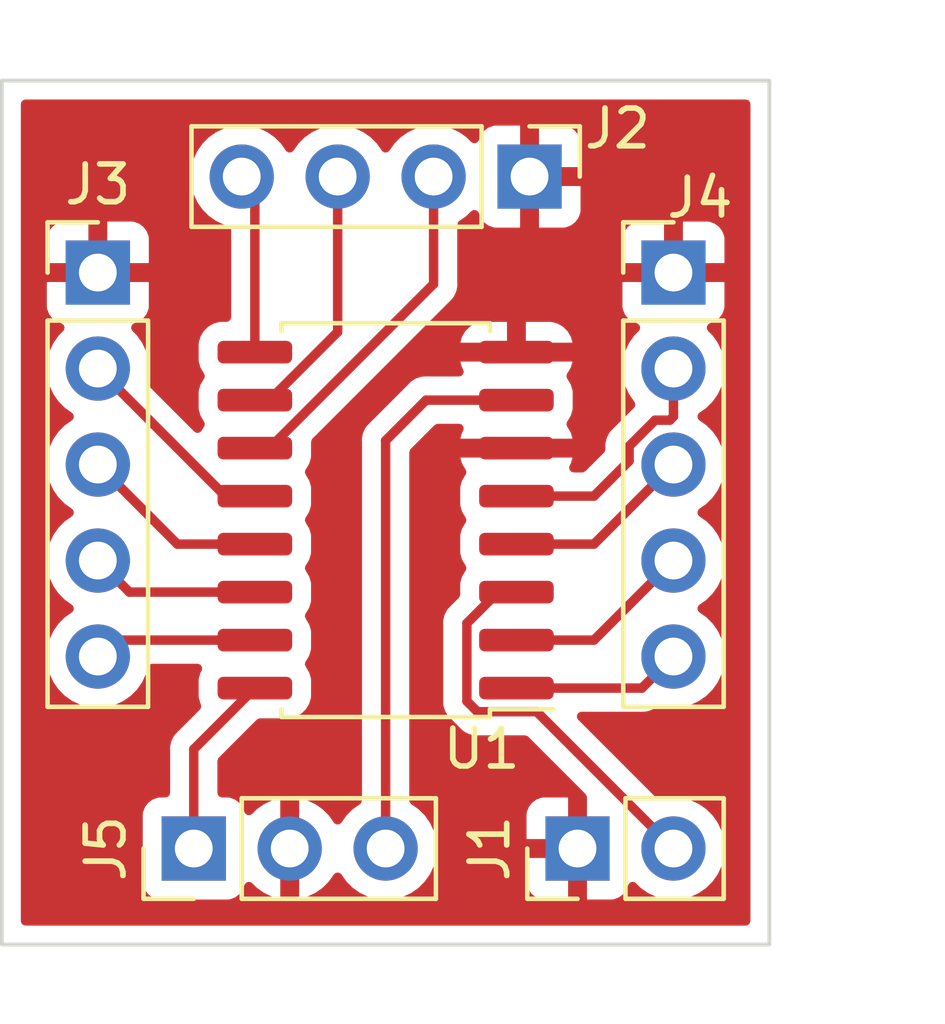
<source format=kicad_pcb>
(kicad_pcb (version 20211014) (generator pcbnew)
  (layers (0 "F.Cu" signal) (31 "B.Cu" signal) (34 "B.Paste" user) (35 "F.Paste" user) (36 "B.SilkS" user "B.Silkscreen") (37 "F.SilkS" user "F.Silkscreen") (38 "B.Mask" user) (39 "F.Mask" user) (44 "Edge.Cuts" user))
  (net 0 "")
  (net 1 "GND")
  (net 2 "Net-(U1-Pad3)")
  (net 3 "Net-(U1-Pad11)")
  (net 4 "Net-(U1-Pad10)")
  (net 5 "Net-(U1-Pad9)")
  (net 6 "Net-(J3-Pad2)")
  (net 7 "Net-(J3-Pad3)")
  (net 8 "Net-(J3-Pad4)")
  (net 9 "Net-(J3-Pad5)")
  (net 10 "Net-(J4-Pad2)")
  (net 11 "Net-(J4-Pad3)")
  (net 12 "Net-(J4-Pad4)")
  (net 13 "Net-(J4-Pad5)")
  (net 14 "VCC")
  (net 15 "VEE")
  (footprint "Connector_PinHeader_2.54mm:PinHeader_1x04_P2.54mm_Vertical" (layer "F.Cu") (at 133.35 81.28 -90)
    (fp_text reference "J2" (at -1.27 -2.33 180) (layer "F.SilkS"))
    (fp_text value "Conn_01x04")
    (fp_line (start 1.33 1.27) (end 1.33 8.95) (layer "F.SilkS") (width 0.12))
    (fp_line (start -1.33 1.27) (end 1.33 1.27) (layer "F.SilkS") (width 0.12))
    (fp_line (start -1.33 0) (end -1.33 -1.33) (layer "F.SilkS") (width 0.12))
    (fp_line (start -1.33 -1.33) (end 0 -1.33) (layer "F.SilkS") (width 0.12))
    (fp_line (start -1.33 8.95) (end 1.33 8.95) (layer "F.SilkS") (width 0.12))
    (fp_line (start -1.33 1.27) (end -1.33 8.95) (layer "F.SilkS") (width 0.12))
    (pad "1" thru_hole rect (at 0 0 270) (size 1.7 1.7) (drill 1) (layers *.Cu *.Mask) (net 1 "GND"))
    (pad "2" thru_hole oval (at 0 2.54 270) (size 1.7 1.7) (drill 1) (layers *.Cu *.Mask) (net 3 "Net-(U1-Pad11)"))
    (pad "3" thru_hole oval (at 0 5.08 270) (size 1.7 1.7) (drill 1) (layers *.Cu *.Mask) (net 4 "Net-(U1-Pad10)"))
    (pad "4" thru_hole oval (at 0 7.62 270) (size 1.7 1.7) (drill 1) (layers *.Cu *.Mask) (net 5 "Net-(U1-Pad9)"))
  )
  (footprint "Connector_PinHeader_2.54mm:PinHeader_1x05_P2.54mm_Vertical" (layer "F.Cu") (at 121.92 83.82)
    (fp_text reference "J3" (at 0 -2.33) (layer "F.SilkS"))
    (fp_text value "Conn_01x05")
    (fp_line (start -1.33 1.27) (end -1.33 11.49) (layer "F.SilkS") (width 0.12))
    (fp_line (start -1.33 11.49) (end 1.33 11.49) (layer "F.SilkS") (width 0.12))
    (fp_line (start -1.33 1.27) (end 1.33 1.27) (layer "F.SilkS") (width 0.12))
    (fp_line (start -1.33 -1.33) (end 0 -1.33) (layer "F.SilkS") (width 0.12))
    (fp_line (start -1.33 0) (end -1.33 -1.33) (layer "F.SilkS") (width 0.12))
    (fp_line (start 1.33 1.27) (end 1.33 11.49) (layer "F.SilkS") (width 0.12))
    (pad "1" thru_hole rect (at 0 0) (size 1.7 1.7) (drill 1) (layers *.Cu *.Mask) (net 1 "GND"))
    (pad "2" thru_hole oval (at 0 2.54) (size 1.7 1.7) (drill 1) (layers *.Cu *.Mask) (net 6 "Net-(J3-Pad2)"))
    (pad "3" thru_hole oval (at 0 5.08) (size 1.7 1.7) (drill 1) (layers *.Cu *.Mask) (net 7 "Net-(J3-Pad3)"))
    (pad "4" thru_hole oval (at 0 7.62) (size 1.7 1.7) (drill 1) (layers *.Cu *.Mask) (net 8 "Net-(J3-Pad4)"))
    (pad "5" thru_hole oval (at 0 10.16) (size 1.7 1.7) (drill 1) (layers *.Cu *.Mask) (net 9 "Net-(J3-Pad5)"))
  )
  (footprint "Package_SO:SO-16_5.3x10.2mm_P1.27mm" (layer "F.Cu") (at 129.54 90.37 180)
    (fp_text reference "U1" (at -2.54 -6.05) (layer "F.SilkS"))
    (fp_text value "74HC4051")
    (fp_line (start -2.76 -5.21) (end -2.76 -5.005) (layer "F.SilkS") (width 0.12))
    (fp_line (start 0 -5.21) (end 2.76 -5.21) (layer "F.SilkS") (width 0.12))
    (fp_line (start 2.76 -5.21) (end 2.76 -5.005) (layer "F.SilkS") (width 0.12))
    (fp_line (start 0 5.21) (end -2.76 5.21) (layer "F.SilkS") (width 0.12))
    (fp_line (start 0 -5.21) (end -2.76 -5.21) (layer "F.SilkS") (width 0.12))
    (fp_line (start 2.76 5.21) (end 2.76 5.005) (layer "F.SilkS") (width 0.12))
    (fp_line (start 0 5.21) (end 2.76 5.21) (layer "F.SilkS") (width 0.12))
    (fp_line (start -2.76 -5.005) (end -4.45 -5.005) (layer "F.SilkS") (width 0.12))
    (fp_line (start -2.76 5.21) (end -2.76 5.005) (layer "F.SilkS") (width 0.12))
    (pad "1" smd roundrect (at -3.4625 -4.445 180) (size 1.975 0.6) (layers "F.Cu" "F.Paste" "F.Mask") (net 13 "Net-(J4-Pad5)"))
    (pad "2" smd roundrect (at -3.4625 -3.175 180) (size 1.975 0.6) (layers "F.Cu" "F.Paste" "F.Mask") (net 12 "Net-(J4-Pad4)"))
    (pad "3" smd roundrect (at -3.4625 -1.905 180) (size 1.975 0.6) (layers "F.Cu" "F.Paste" "F.Mask") (net 2 "Net-(U1-Pad3)"))
    (pad "4" smd roundrect (at -3.4625 -0.635 180) (size 1.975 0.6) (layers "F.Cu" "F.Paste" "F.Mask") (net 11 "Net-(J4-Pad3)"))
    (pad "5" smd roundrect (at -3.4625 0.635 180) (size 1.975 0.6) (layers "F.Cu" "F.Paste" "F.Mask") (net 10 "Net-(J4-Pad2)"))
    (pad "6" smd roundrect (at -3.4625 1.905 180) (size 1.975 0.6) (layers "F.Cu" "F.Paste" "F.Mask") (net 1 "GND"))
    (pad "7" smd roundrect (at -3.4625 3.175 180) (size 1.975 0.6) (layers "F.Cu" "F.Paste" "F.Mask") (net 15 "VEE"))
    (pad "8" smd roundrect (at -3.4625 4.445 180) (size 1.975 0.6) (layers "F.Cu" "F.Paste" "F.Mask") (net 1 "GND"))
    (pad "9" smd roundrect (at 3.4625 4.445 180) (size 1.975 0.6) (layers "F.Cu" "F.Paste" "F.Mask") (net 5 "Net-(U1-Pad9)"))
    (pad "10" smd roundrect (at 3.4625 3.175 180) (size 1.975 0.6) (layers "F.Cu" "F.Paste" "F.Mask") (net 4 "Net-(U1-Pad10)"))
    (pad "11" smd roundrect (at 3.4625 1.905 180) (size 1.975 0.6) (layers "F.Cu" "F.Paste" "F.Mask") (net 3 "Net-(U1-Pad11)"))
    (pad "12" smd roundrect (at 3.4625 0.635 180) (size 1.975 0.6) (layers "F.Cu" "F.Paste" "F.Mask") (net 6 "Net-(J3-Pad2)"))
    (pad "13" smd roundrect (at 3.4625 -0.635 180) (size 1.975 0.6) (layers "F.Cu" "F.Paste" "F.Mask") (net 7 "Net-(J3-Pad3)"))
    (pad "14" smd roundrect (at 3.4625 -1.905 180) (size 1.975 0.6) (layers "F.Cu" "F.Paste" "F.Mask") (net 8 "Net-(J3-Pad4)"))
    (pad "15" smd roundrect (at 3.4625 -3.175 180) (size 1.975 0.6) (layers "F.Cu" "F.Paste" "F.Mask") (net 9 "Net-(J3-Pad5)"))
    (pad "16" smd roundrect (at 3.4625 -4.445 180) (size 1.975 0.6) (layers "F.Cu" "F.Paste" "F.Mask") (net 14 "VCC"))
  )
  (footprint "Connector_PinHeader_2.54mm:PinHeader_1x05_P2.54mm_Vertical" (layer "F.Cu") (at 137.16 83.82)
    (fp_text reference "J4" (at 0.7 -1.98) (layer "F.SilkS"))
    (fp_text value "Conn_01x05")
    (fp_line (start -1.33 0) (end -1.33 -1.33) (layer "F.SilkS") (width 0.12))
    (fp_line (start -1.33 11.49) (end 1.33 11.49) (layer "F.SilkS") (width 0.12))
    (fp_line (start -1.33 1.27) (end 1.33 1.27) (layer "F.SilkS") (width 0.12))
    (fp_line (start 1.33 1.27) (end 1.33 11.49) (layer "F.SilkS") (width 0.12))
    (fp_line (start -1.33 -1.33) (end 0 -1.33) (layer "F.SilkS") (width 0.12))
    (fp_line (start -1.33 1.27) (end -1.33 11.49) (layer "F.SilkS") (width 0.12))
    (pad "1" thru_hole rect (at 0 0) (size 1.7 1.7) (drill 1) (layers *.Cu *.Mask) (net 1 "GND"))
    (pad "2" thru_hole oval (at 0 2.54) (size 1.7 1.7) (drill 1) (layers *.Cu *.Mask) (net 10 "Net-(J4-Pad2)"))
    (pad "3" thru_hole oval (at 0 5.08) (size 1.7 1.7) (drill 1) (layers *.Cu *.Mask) (net 11 "Net-(J4-Pad3)"))
    (pad "4" thru_hole oval (at 0 7.62) (size 1.7 1.7) (drill 1) (layers *.Cu *.Mask) (net 12 "Net-(J4-Pad4)"))
    (pad "5" thru_hole oval (at 0 10.16) (size 1.7 1.7) (drill 1) (layers *.Cu *.Mask) (net 13 "Net-(J4-Pad5)"))
  )
  (footprint "Connector_PinHeader_2.54mm:PinHeader_1x02_P2.54mm_Vertical" (layer "F.Cu") (at 134.62 99.06 90)
    (fp_text reference "J1" (at 0 -2.33 90) (layer "F.SilkS"))
    (fp_text value "Conn_01x02")
    (fp_line (start -1.33 1.27) (end 1.33 1.27) (layer "F.SilkS") (width 0.12))
    (fp_line (start -1.33 -1.33) (end 0 -1.33) (layer "F.SilkS") (width 0.12))
    (fp_line (start 1.33 1.27) (end 1.33 3.87) (layer "F.SilkS") (width 0.12))
    (fp_line (start -1.33 0) (end -1.33 -1.33) (layer "F.SilkS") (width 0.12))
    (fp_line (start -1.33 3.87) (end 1.33 3.87) (layer "F.SilkS") (width 0.12))
    (fp_line (start -1.33 1.27) (end -1.33 3.87) (layer "F.SilkS") (width 0.12))
    (pad "1" thru_hole rect (at 0 0 90) (size 1.7 1.7) (drill 1) (layers *.Cu *.Mask) (net 1 "GND"))
    (pad "2" thru_hole oval (at 0 2.54 90) (size 1.7 1.7) (drill 1) (layers *.Cu *.Mask) (net 2 "Net-(U1-Pad3)"))
  )
  (footprint "Connector_PinHeader_2.54mm:PinHeader_1x03_P2.54mm_Vertical" (layer "F.Cu") (at 124.46 99.06 90)
    (fp_text reference "J5" (at 0 -2.33 90) (layer "F.SilkS"))
    (fp_text value "Conn_01x03")
    (fp_line (start -1.33 1.27) (end -1.33 6.41) (layer "F.SilkS") (width 0.12))
    (fp_line (start -1.33 6.41) (end 1.33 6.41) (layer "F.SilkS") (width 0.12))
    (fp_line (start 1.33 1.27) (end 1.33 6.41) (layer "F.SilkS") (width 0.12))
    (fp_line (start -1.33 -1.33) (end 0 -1.33) (layer "F.SilkS") (width 0.12))
    (fp_line (start -1.33 0) (end -1.33 -1.33) (layer "F.SilkS") (width 0.12))
    (fp_line (start -1.33 1.27) (end 1.33 1.27) (layer "F.SilkS") (width 0.12))
    (pad "1" thru_hole rect (at 0 0 90) (size 1.7 1.7) (drill 1) (layers *.Cu *.Mask) (net 14 "VCC"))
    (pad "2" thru_hole oval (at 0 2.54 90) (size 1.7 1.7) (drill 1) (layers *.Cu *.Mask) (net 1 "GND"))
    (pad "3" thru_hole oval (at 0 5.08 90) (size 1.7 1.7) (drill 1) (layers *.Cu *.Mask) (net 15 "VEE"))
  )
  (gr_rect (start 119.38 78.74) (end 139.7 101.6) (layer "Edge.Cuts") (width 0.1) (fill none))
  (segment (start 133.53952 95.43952) (end 131.968448 95.43952) (width 0.25) (layer "F.Cu") (net 2))
  (segment (start 131.69048 93.09952) (end 132.515 92.275) (width 0.25) (layer "F.Cu") (net 2))
  (segment (start 131.968448 95.43952) (end 131.69048 95.161552) (width 0.25) (layer "F.Cu") (net 2))
  (segment (start 132.515 92.275) (end 133.0025 92.275) (width 0.25) (layer "F.Cu") (net 2))
  (segment (start 131.69048 95.161552) (end 131.69048 93.09952) (width 0.25) (layer "F.Cu") (net 2))
  (segment (start 137.16 99.06) (end 133.53952 95.43952) (width 0.25) (layer "F.Cu") (net 2))
  (segment (start 130.81 84.121072) (end 130.81 81.28) (width 0.25) (layer "F.Cu") (net 3))
  (segment (start 126.0775 88.465) (end 126.466072 88.465) (width 0.25) (layer "F.Cu") (net 3))
  (segment (start 126.466072 88.465) (end 130.81 84.121072) (width 0.25) (layer "F.Cu") (net 3))
  (segment (start 128.27 85.391072) (end 128.27 81.28) (width 0.25) (layer "F.Cu") (net 4))
  (segment (start 126.0775 87.195) (end 126.466072 87.195) (width 0.25) (layer "F.Cu") (net 4))
  (segment (start 126.466072 87.195) (end 128.27 85.391072) (width 0.25) (layer "F.Cu") (net 4))
  (segment (start 126.0775 85.925) (end 126.0775 81.6275) (width 0.25) (layer "F.Cu") (net 5))
  (segment (start 126.0775 81.6275) (end 125.73 81.28) (width 0.25) (layer "F.Cu") (net 5))
  (segment (start 126.0775 89.735) (end 125.295 89.735) (width 0.25) (layer "F.Cu") (net 6))
  (segment (start 125.295 89.735) (end 121.92 86.36) (width 0.25) (layer "F.Cu") (net 6))
  (segment (start 124.025 91.005) (end 121.92 88.9) (width 0.25) (layer "F.Cu") (net 7))
  (segment (start 126.0775 91.005) (end 124.025 91.005) (width 0.25) (layer "F.Cu") (net 7))
  (segment (start 122.755 92.275) (end 121.92 91.44) (width 0.25) (layer "F.Cu") (net 8))
  (segment (start 126.0775 92.275) (end 122.755 92.275) (width 0.25) (layer "F.Cu") (net 8))
  (segment (start 126.0775 93.545) (end 122.355 93.545) (width 0.25) (layer "F.Cu") (net 9))
  (segment (start 122.355 93.545) (end 121.92 93.98) (width 0.25) (layer "F.Cu") (net 9))
  (segment (start 135.985489 88.804511) (end 135.985489 88.413501) (width 0.25) (layer "F.Cu") (net 10))
  (segment (start 135.985489 88.413501) (end 136.673501 87.725489) (width 0.25) (layer "F.Cu") (net 10))
  (segment (start 137.16 87.63) (end 137.16 86.36) (width 0.25) (layer "F.Cu") (net 10))
  (segment (start 136.673501 87.725489) (end 137.064511 87.725489) (width 0.25) (layer "F.Cu") (net 10))
  (segment (start 133.0025 89.735) (end 135.055 89.735) (width 0.25) (layer "F.Cu") (net 10))
  (segment (start 137.064511 87.725489) (end 137.16 87.63) (width 0.25) (layer "F.Cu") (net 10))
  (segment (start 135.055 89.735) (end 135.985489 88.804511) (width 0.25) (layer "F.Cu") (net 10))
  (segment (start 135.055 91.005) (end 137.16 88.9) (width 0.25) (layer "F.Cu") (net 11))
  (segment (start 133.0025 91.005) (end 135.055 91.005) (width 0.25) (layer "F.Cu") (net 11))
  (segment (start 133.0025 93.545) (end 135.055 93.545) (width 0.25) (layer "F.Cu") (net 12))
  (segment (start 135.055 93.545) (end 137.16 91.44) (width 0.25) (layer "F.Cu") (net 12))
  (segment (start 136.325 94.815) (end 137.16 93.98) (width 0.25) (layer "F.Cu") (net 13))
  (segment (start 133.0025 94.815) (end 136.325 94.815) (width 0.25) (layer "F.Cu") (net 13))
  (segment (start 124.46 96.4325) (end 124.46 99.06) (width 0.25) (layer "F.Cu") (net 14))
  (segment (start 126.0775 94.815) (end 124.46 96.4325) (width 0.25) (layer "F.Cu") (net 14))
  (segment (start 129.54 99.06) (end 129.54 88.265) (width 0.25) (layer "F.Cu") (net 15))
  (segment (start 129.54 88.265) (end 130.61 87.195) (width 0.25) (layer "F.Cu") (net 15))
  (segment (start 130.61 87.195) (end 133.0025 87.195) (width 0.25) (layer "F.Cu") (net 15))
  (zone (net 1) (net_name "GND") (layer "F.Cu") (connect_pads (clearance 0.5)) (min_thickness 0.25) (fill yes (thermal_gap 0.5) (thermal_bridge_width 0.5))
    (polygon (pts (xy 139.7 101.6) (xy 119.38 101.6) (xy 119.38 78.74) (xy 139.7 78.74)))
  )
)
</source>
